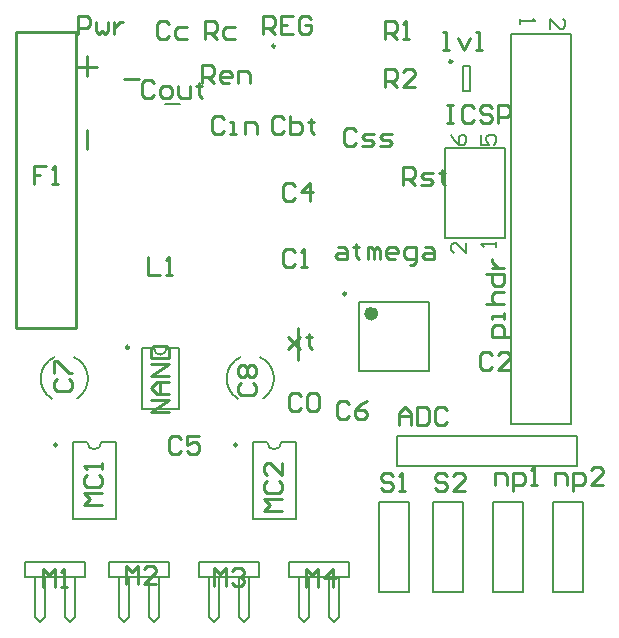
<source format=gto>
%FSLAX25Y25*%
%MOIN*%
G70*
G01*
G75*
G04 Layer_Color=65535*
%ADD10R,0.16535X0.16535*%
%ADD11O,0.07087X0.02362*%
%ADD12R,0.03937X0.04331*%
%ADD13R,0.05906X0.05118*%
%ADD14R,0.08465X0.01575*%
%ADD15R,0.08465X0.01575*%
%ADD16R,0.15748X0.39370*%
%ADD17R,0.04331X0.03937*%
%ADD18O,0.06496X0.02165*%
%ADD19O,0.02165X0.06496*%
%ADD20O,0.04921X0.01181*%
%ADD21R,0.06496X0.01181*%
%ADD22C,0.00787*%
%ADD23C,0.01890*%
%ADD24C,0.01575*%
%ADD25C,0.01969*%
%ADD26C,0.01181*%
%ADD27C,0.03937*%
%ADD28C,0.01260*%
%ADD29C,0.07874*%
%ADD30C,0.03150*%
%ADD31C,0.00630*%
%ADD32C,0.01000*%
%ADD33C,0.05315*%
%ADD34R,0.05315X0.05315*%
%ADD35R,0.05906X0.05906*%
%ADD36C,0.05906*%
%ADD37R,0.05906X0.05906*%
%ADD38C,0.15000*%
%ADD39C,0.05906*%
%ADD40C,0.03937*%
%ADD41C,0.05000*%
%ADD42C,0.00984*%
%ADD43C,0.02362*%
%ADD44C,0.00800*%
D22*
X278726Y383161D02*
G03*
X277768Y369360I3274J-7161D01*
G01*
X286232D02*
G03*
X285274Y383161I-4232J6640D01*
G01*
X216726D02*
G03*
X215768Y369360I3274J-7161D01*
G01*
X224232D02*
G03*
X223274Y383161I-4232J6640D01*
G01*
X287638Y354795D02*
G03*
X292362Y354795I2362J0D01*
G01*
X227638D02*
G03*
X232362Y354795I2362J0D01*
G01*
X249966Y386039D02*
G03*
X254034Y386039I2034J0D01*
G01*
X253441Y467480D02*
X258559D01*
X369000Y361000D02*
X389000D01*
X369000Y491000D02*
X389000D01*
Y361000D02*
Y491000D01*
X369000Y361000D02*
Y491000D01*
X282913Y354795D02*
X287638D01*
X292362D02*
X297087D01*
X282913Y329205D02*
X297087D01*
X282913D02*
Y354795D01*
X297087Y329205D02*
Y354795D01*
X311667Y296667D02*
Y310000D01*
X310000Y295000D02*
X311667Y296667D01*
X308333D02*
X310000Y295000D01*
X308333Y296667D02*
Y310000D01*
X301667Y296667D02*
Y310000D01*
X300000Y295000D02*
X301667Y296667D01*
X298333D02*
X300000Y295000D01*
X298333Y296667D02*
Y310000D01*
X295000Y315000D02*
X315000D01*
X295000Y310000D02*
Y315000D01*
X315000Y310000D02*
Y315000D01*
X295000Y310000D02*
X315000D01*
X281667Y296667D02*
Y310000D01*
X280000Y295000D02*
X281667Y296667D01*
X278333D02*
X280000Y295000D01*
X278333Y296667D02*
Y310000D01*
X271667Y296667D02*
Y310000D01*
X270000Y295000D02*
X271667Y296667D01*
X268333D02*
X270000Y295000D01*
X268333Y296667D02*
Y310000D01*
X265000Y315000D02*
X285000D01*
X265000Y310000D02*
Y315000D01*
X285000Y310000D02*
Y315000D01*
X265000Y310000D02*
X285000D01*
X222913Y354795D02*
X227638D01*
X232362D02*
X237087D01*
X222913Y329205D02*
X237087D01*
X222913D02*
Y354795D01*
X237087Y329205D02*
Y354795D01*
X223667Y296667D02*
Y310000D01*
X222000Y295000D02*
X223667Y296667D01*
X220333D02*
X222000Y295000D01*
X220333Y296667D02*
Y310000D01*
X213667Y296667D02*
Y310000D01*
X212000Y295000D02*
X213667Y296667D01*
X210333D02*
X212000Y295000D01*
X210333Y296667D02*
Y310000D01*
X207000Y315000D02*
X227000D01*
X207000Y310000D02*
Y315000D01*
X227000Y310000D02*
Y315000D01*
X207000Y310000D02*
X227000D01*
X251667Y296667D02*
Y310000D01*
X250000Y295000D02*
X251667Y296667D01*
X248333D02*
X250000Y295000D01*
X248333Y296667D02*
Y310000D01*
X241667Y296667D02*
Y310000D01*
X240000Y295000D02*
X241667Y296667D01*
X238333D02*
X240000Y295000D01*
X238333Y296667D02*
Y310000D01*
X235000Y315000D02*
X255000D01*
X235000Y310000D02*
Y315000D01*
X255000Y310000D02*
Y315000D01*
X235000Y310000D02*
X255000D01*
X347000Y453000D02*
X367000D01*
X347000Y423000D02*
X367000D01*
X347000D02*
Y453000D01*
X367000Y423000D02*
Y453000D01*
Y433833D02*
Y453000D01*
X318386Y378386D02*
Y401614D01*
X341614Y378386D02*
Y401614D01*
X318386D02*
X341614D01*
X318386Y378386D02*
X341614D01*
X352819Y471866D02*
X355181D01*
X352819Y480134D02*
X355181D01*
Y471866D02*
Y480134D01*
X352819Y471866D02*
Y480134D01*
X331000Y347000D02*
Y357000D01*
X391000Y347000D02*
Y357000D01*
X331000Y347000D02*
X391000D01*
X331000Y357000D02*
X391000D01*
X383000Y305000D02*
Y335000D01*
Y305000D02*
X393000D01*
Y335000D01*
X383000D02*
X393000D01*
X343000Y305000D02*
Y335000D01*
Y305000D02*
X353000D01*
Y335000D01*
X343000D02*
X353000D01*
X325000Y305000D02*
Y335000D01*
Y305000D02*
X335000D01*
Y335000D01*
X325000D02*
X335000D01*
X363000Y305000D02*
Y335000D01*
Y305000D02*
X373000D01*
Y335000D01*
X363000D02*
X373000D01*
X258102Y365961D02*
Y386039D01*
X245898Y365961D02*
Y386039D01*
Y365961D02*
X258102D01*
X254034Y386039D02*
X258102D01*
X245898D02*
X249966D01*
D32*
X224000Y393000D02*
Y491500D01*
X204000Y393000D02*
Y491500D01*
X224000D01*
X204000Y393000D02*
X224000D01*
Y480000D02*
X231000D01*
X240000Y476000D02*
X245000D01*
X227500Y477000D02*
Y483500D01*
Y452500D02*
Y459000D01*
X298000Y382200D02*
Y392200D01*
Y383000D02*
Y393000D01*
X286100Y490800D02*
Y496798D01*
X289099D01*
X290099Y495798D01*
Y493799D01*
X289099Y492799D01*
X286100D01*
X288099D02*
X290099Y490800D01*
X296097Y496798D02*
X292098D01*
Y490800D01*
X296097D01*
X292098Y493799D02*
X294097D01*
X302095Y495798D02*
X301095Y496798D01*
X299096D01*
X298096Y495798D01*
Y491800D01*
X299096Y490800D01*
X301095D01*
X302095Y491800D01*
Y493799D01*
X300096D01*
X294500Y389999D02*
X298499Y386000D01*
X296499Y387999D01*
X298499Y389999D01*
X294500Y386000D01*
X301498Y390998D02*
Y389999D01*
X300498D01*
X302497D01*
X301498D01*
Y387000D01*
X302497Y386000D01*
X347599Y343398D02*
X346599Y344398D01*
X344600D01*
X343600Y343398D01*
Y342399D01*
X344600Y341399D01*
X346599D01*
X347599Y340399D01*
Y339400D01*
X346599Y338400D01*
X344600D01*
X343600Y339400D01*
X353597Y338400D02*
X349598D01*
X353597Y342399D01*
Y343398D01*
X352597Y344398D01*
X350598D01*
X349598Y343398D01*
X329599D02*
X328599Y344398D01*
X326600D01*
X325600Y343398D01*
Y342399D01*
X326600Y341399D01*
X328599D01*
X329599Y340399D01*
Y339400D01*
X328599Y338400D01*
X326600D01*
X325600Y339400D01*
X331598Y338400D02*
X333597D01*
X332598D01*
Y344398D01*
X331598Y343398D01*
X333000Y440500D02*
Y446498D01*
X335999D01*
X336999Y445498D01*
Y443499D01*
X335999Y442499D01*
X333000D01*
X334999D02*
X336999Y440500D01*
X338998D02*
X341997D01*
X342997Y441500D01*
X341997Y442499D01*
X339998D01*
X338998Y443499D01*
X339998Y444499D01*
X342997D01*
X345996Y445498D02*
Y444499D01*
X344996D01*
X346995D01*
X345996D01*
Y441500D01*
X346995Y440500D01*
X266000Y474500D02*
Y480498D01*
X268999D01*
X269999Y479498D01*
Y477499D01*
X268999Y476499D01*
X266000D01*
X267999D02*
X269999Y474500D01*
X274997D02*
X272998D01*
X271998Y475500D01*
Y477499D01*
X272998Y478499D01*
X274997D01*
X275997Y477499D01*
Y476499D01*
X271998D01*
X277996Y474500D02*
Y478499D01*
X280995D01*
X281995Y477499D01*
Y474500D01*
X267050Y489350D02*
Y495348D01*
X270049D01*
X271049Y494348D01*
Y492349D01*
X270049Y491349D01*
X267050D01*
X269049D02*
X271049Y489350D01*
X277047Y493349D02*
X274048D01*
X273048Y492349D01*
Y490350D01*
X274048Y489350D01*
X277047D01*
X327050Y473350D02*
Y479348D01*
X330049D01*
X331049Y478348D01*
Y476349D01*
X330049Y475349D01*
X327050D01*
X329049D02*
X331049Y473350D01*
X337047D02*
X333048D01*
X337047Y477349D01*
Y478348D01*
X336047Y479348D01*
X334048D01*
X333048Y478348D01*
X327050Y489350D02*
Y495348D01*
X330049D01*
X331049Y494348D01*
Y492349D01*
X330049Y491349D01*
X327050D01*
X329049D02*
X331049Y489350D01*
X333048D02*
X335047D01*
X334048D01*
Y495348D01*
X333048Y494348D01*
X224450Y490850D02*
Y496848D01*
X227449D01*
X228449Y495848D01*
Y493849D01*
X227449Y492849D01*
X224450D01*
X230448Y494849D02*
Y491850D01*
X231448Y490850D01*
X232447Y491850D01*
X233447Y490850D01*
X234447Y491850D01*
Y494849D01*
X236446D02*
Y490850D01*
Y492849D01*
X237446Y493849D01*
X238445Y494849D01*
X239445D01*
X368499Y390000D02*
X362501D01*
Y392999D01*
X363501Y393999D01*
X365500D01*
X366500Y392999D01*
Y390000D01*
Y395998D02*
Y397997D01*
Y396998D01*
X362501D01*
Y395998D01*
X360502Y400996D02*
X366500D01*
X363501D01*
X362501Y401996D01*
Y403996D01*
X363501Y404995D01*
X366500D01*
X360502Y410993D02*
X366500D01*
Y407994D01*
X365500Y406994D01*
X363501D01*
X362501Y407994D01*
Y410993D01*
Y412993D02*
X366500D01*
X364501D01*
X363501Y413992D01*
X362501Y414992D01*
Y415992D01*
X383600Y340400D02*
Y344399D01*
X386599D01*
X387599Y343399D01*
Y340400D01*
X389598Y338401D02*
Y344399D01*
X392597D01*
X393597Y343399D01*
Y341400D01*
X392597Y340400D01*
X389598D01*
X399595D02*
X395596D01*
X399595Y344399D01*
Y345398D01*
X398595Y346398D01*
X396596D01*
X395596Y345398D01*
X363600Y340400D02*
Y344399D01*
X366599D01*
X367599Y343399D01*
Y340400D01*
X369598Y338401D02*
Y344399D01*
X372597D01*
X373597Y343399D01*
Y341400D01*
X372597Y340400D01*
X369598D01*
X375596D02*
X377595D01*
X376596D01*
Y346398D01*
X375596Y345398D01*
X255000Y365000D02*
X249002D01*
X255000Y368999D01*
X249002D01*
X255000Y370998D02*
X251001D01*
X249002Y372997D01*
X251001Y374997D01*
X255000D01*
X252001D01*
Y370998D01*
X255000Y376996D02*
X249002D01*
X255000Y380995D01*
X249002D01*
Y382994D02*
X255000D01*
Y385993D01*
X254000Y386993D01*
X250002D01*
X249002Y385993D01*
Y382994D01*
X292500Y332000D02*
X286502D01*
X288501Y333999D01*
X286502Y335999D01*
X292500D01*
X287502Y341997D02*
X286502Y340997D01*
Y338998D01*
X287502Y337998D01*
X291500D01*
X292500Y338998D01*
Y340997D01*
X291500Y341997D01*
X292500Y347995D02*
Y343996D01*
X288501Y347995D01*
X287502D01*
X286502Y346995D01*
Y344996D01*
X287502Y343996D01*
X232500Y334000D02*
X226502D01*
X228501Y335999D01*
X226502Y337999D01*
X232500D01*
X227502Y343997D02*
X226502Y342997D01*
Y340998D01*
X227502Y339998D01*
X231500D01*
X232500Y340998D01*
Y342997D01*
X231500Y343997D01*
X232500Y345996D02*
Y347995D01*
Y346996D01*
X226502D01*
X227502Y345996D01*
X300500Y306500D02*
Y312498D01*
X302499Y310499D01*
X304499Y312498D01*
Y306500D01*
X309497D02*
Y312498D01*
X306498Y309499D01*
X310497D01*
X270000Y307000D02*
Y312998D01*
X271999Y310999D01*
X273999Y312998D01*
Y307000D01*
X275998Y311998D02*
X276998Y312998D01*
X278997D01*
X279997Y311998D01*
Y310999D01*
X278997Y309999D01*
X277997D01*
X278997D01*
X279997Y308999D01*
Y308000D01*
X278997Y307000D01*
X276998D01*
X275998Y308000D01*
X240500Y307500D02*
Y313498D01*
X242499Y311499D01*
X244499Y313498D01*
Y307500D01*
X250497D02*
X246498D01*
X250497Y311499D01*
Y312498D01*
X249497Y313498D01*
X247498D01*
X246498Y312498D01*
X213000Y306500D02*
Y312498D01*
X214999Y310499D01*
X216999Y312498D01*
Y306500D01*
X218998D02*
X220997D01*
X219998D01*
Y312498D01*
X218998Y311498D01*
X346150Y485650D02*
X348149D01*
X347150D01*
Y491648D01*
X346150D01*
X351148Y489649D02*
X353148Y485650D01*
X355147Y489649D01*
X357146Y485650D02*
X359146D01*
X358146D01*
Y491648D01*
X357146D01*
X248000Y416498D02*
Y410500D01*
X251999D01*
X253998D02*
X255997D01*
X254998D01*
Y416498D01*
X253998Y415498D01*
X347650Y467148D02*
X349649D01*
X348650D01*
Y461150D01*
X347650D01*
X349649D01*
X356647Y466148D02*
X355647Y467148D01*
X353648D01*
X352648Y466148D01*
Y462150D01*
X353648Y461150D01*
X355647D01*
X356647Y462150D01*
X362645Y466148D02*
X361646Y467148D01*
X359646D01*
X358646Y466148D01*
Y465149D01*
X359646Y464149D01*
X361646D01*
X362645Y463149D01*
Y462150D01*
X361646Y461150D01*
X359646D01*
X358646Y462150D01*
X364645Y461150D02*
Y467148D01*
X367643D01*
X368643Y466148D01*
Y464149D01*
X367643Y463149D01*
X364645D01*
X213999Y446998D02*
X210000D01*
Y443999D01*
X211999D01*
X210000D01*
Y441000D01*
X215998D02*
X217997D01*
X216998D01*
Y446998D01*
X215998Y445998D01*
X317099Y458398D02*
X316099Y459398D01*
X314100D01*
X313100Y458398D01*
Y454400D01*
X314100Y453400D01*
X316099D01*
X317099Y454400D01*
X319098Y453400D02*
X322097D01*
X323097Y454400D01*
X322097Y455399D01*
X320098D01*
X319098Y456399D01*
X320098Y457399D01*
X323097D01*
X325096Y453400D02*
X328095D01*
X329095Y454400D01*
X328095Y455399D01*
X326096D01*
X325096Y456399D01*
X326096Y457399D01*
X329095D01*
X249999Y474498D02*
X248999Y475498D01*
X247000D01*
X246000Y474498D01*
Y470500D01*
X247000Y469500D01*
X248999D01*
X249999Y470500D01*
X252998Y469500D02*
X254997D01*
X255997Y470500D01*
Y472499D01*
X254997Y473499D01*
X252998D01*
X251998Y472499D01*
Y470500D01*
X252998Y469500D01*
X257996Y473499D02*
Y470500D01*
X258996Y469500D01*
X261995D01*
Y473499D01*
X264994Y474498D02*
Y473499D01*
X263994D01*
X265993D01*
X264994D01*
Y470500D01*
X265993Y469500D01*
X273099Y462398D02*
X272099Y463398D01*
X270100D01*
X269100Y462398D01*
Y458400D01*
X270100Y457400D01*
X272099D01*
X273099Y458400D01*
X275098Y457400D02*
X277097D01*
X276098D01*
Y461399D01*
X275098D01*
X280096Y457400D02*
Y461399D01*
X283096D01*
X284095Y460399D01*
Y457400D01*
X255049Y494348D02*
X254049Y495348D01*
X252050D01*
X251050Y494348D01*
Y490350D01*
X252050Y489350D01*
X254049D01*
X255049Y490350D01*
X261047Y493349D02*
X258048D01*
X257048Y492349D01*
Y490350D01*
X258048Y489350D01*
X261047D01*
X293099Y462398D02*
X292099Y463398D01*
X290100D01*
X289100Y462398D01*
Y458400D01*
X290100Y457400D01*
X292099D01*
X293099Y458400D01*
X295098Y463398D02*
Y457400D01*
X298097D01*
X299097Y458400D01*
Y459399D01*
Y460399D01*
X298097Y461399D01*
X295098D01*
X302096Y462398D02*
Y461399D01*
X301096D01*
X303096D01*
X302096D01*
Y458400D01*
X303096Y457400D01*
X279002Y374499D02*
X278002Y373499D01*
Y371500D01*
X279002Y370500D01*
X283000D01*
X284000Y371500D01*
Y373499D01*
X283000Y374499D01*
X279002Y376498D02*
X278002Y377498D01*
Y379497D01*
X279002Y380497D01*
X280001D01*
X281001Y379497D01*
X282001Y380497D01*
X283000D01*
X284000Y379497D01*
Y377498D01*
X283000Y376498D01*
X282001D01*
X281001Y377498D01*
X280001Y376498D01*
X279002D01*
X281001Y377498D02*
Y379497D01*
X217502Y375999D02*
X216502Y374999D01*
Y373000D01*
X217502Y372000D01*
X221500D01*
X222500Y373000D01*
Y374999D01*
X221500Y375999D01*
X216502Y377998D02*
Y381997D01*
X217502D01*
X221500Y377998D01*
X222500D01*
X314999Y367498D02*
X313999Y368498D01*
X312000D01*
X311000Y367498D01*
Y363500D01*
X312000Y362500D01*
X313999D01*
X314999Y363500D01*
X320997Y368498D02*
X318997Y367498D01*
X316998Y365499D01*
Y363500D01*
X317998Y362500D01*
X319997D01*
X320997Y363500D01*
Y364499D01*
X319997Y365499D01*
X316998D01*
X258999Y355998D02*
X257999Y356998D01*
X256000D01*
X255000Y355998D01*
Y352000D01*
X256000Y351000D01*
X257999D01*
X258999Y352000D01*
X264997Y356998D02*
X260998D01*
Y353999D01*
X262997Y354999D01*
X263997D01*
X264997Y353999D01*
Y352000D01*
X263997Y351000D01*
X261998D01*
X260998Y352000D01*
X297049Y440348D02*
X296049Y441348D01*
X294050D01*
X293050Y440348D01*
Y436350D01*
X294050Y435350D01*
X296049D01*
X297049Y436350D01*
X302047Y435350D02*
Y441348D01*
X299048Y438349D01*
X303047D01*
X362599Y383898D02*
X361599Y384898D01*
X359600D01*
X358600Y383898D01*
Y379900D01*
X359600Y378900D01*
X361599D01*
X362599Y379900D01*
X368597Y378900D02*
X364598D01*
X368597Y382899D01*
Y383898D01*
X367597Y384898D01*
X365598D01*
X364598Y383898D01*
X297049Y418348D02*
X296049Y419348D01*
X294050D01*
X293050Y418348D01*
Y414350D01*
X294050Y413350D01*
X296049D01*
X297049Y414350D01*
X299048Y413350D02*
X301047D01*
X300048D01*
Y419348D01*
X299048Y418348D01*
X299049Y370348D02*
X298049Y371348D01*
X296050D01*
X295050Y370348D01*
Y366350D01*
X296050Y365350D01*
X298049D01*
X299049Y366350D01*
X301048Y370348D02*
X302048Y371348D01*
X304047D01*
X305047Y370348D01*
Y366350D01*
X304047Y365350D01*
X302048D01*
X301048Y366350D01*
Y370348D01*
X311150Y419849D02*
X313149D01*
X314149Y418849D01*
Y415850D01*
X311150D01*
X310150Y416850D01*
X311150Y417849D01*
X314149D01*
X317148Y420848D02*
Y419849D01*
X316148D01*
X318147D01*
X317148D01*
Y416850D01*
X318147Y415850D01*
X321146D02*
Y419849D01*
X322146D01*
X323146Y418849D01*
Y415850D01*
Y418849D01*
X324146Y419849D01*
X325145Y418849D01*
Y415850D01*
X330143D02*
X328144D01*
X327145Y416850D01*
Y418849D01*
X328144Y419849D01*
X330143D01*
X331143Y418849D01*
Y417849D01*
X327145D01*
X335142Y413851D02*
X336142D01*
X337141Y414850D01*
Y419849D01*
X334142D01*
X333143Y418849D01*
Y416850D01*
X334142Y415850D01*
X337141D01*
X340140Y419849D02*
X342140D01*
X343139Y418849D01*
Y415850D01*
X340140D01*
X339141Y416850D01*
X340140Y417849D01*
X343139D01*
X331600Y360400D02*
Y364399D01*
X333599Y366398D01*
X335599Y364399D01*
Y360400D01*
Y363399D01*
X331600D01*
X337598Y366398D02*
Y360400D01*
X340597D01*
X341597Y361400D01*
Y365398D01*
X340597Y366398D01*
X337598D01*
X347595Y365398D02*
X346595Y366398D01*
X344596D01*
X343596Y365398D01*
Y361400D01*
X344596Y360400D01*
X346595D01*
X347595Y361400D01*
D42*
X290319Y486846D02*
G03*
X290319Y486846I-492J0D01*
G01*
X277598Y353909D02*
G03*
X277598Y353909I-492J0D01*
G01*
X217598D02*
G03*
X217598Y353909I-492J0D01*
G01*
X313957Y404272D02*
G03*
X313957Y404272I-492J0D01*
G01*
X349276Y481709D02*
G03*
X349276Y481709I-492J0D01*
G01*
X241567Y386433D02*
G03*
X241567Y386433I-492J0D01*
G01*
D43*
X323504Y397677D02*
G03*
X323504Y397677I-1181J0D01*
G01*
D44*
X382000Y492668D02*
Y496000D01*
X385332Y492668D01*
X386165D01*
X386998Y493501D01*
Y495167D01*
X386165Y496000D01*
X372000D02*
Y494334D01*
Y495167D01*
X376998D01*
X376165Y496000D01*
X349002Y457332D02*
X349835Y455666D01*
X351501Y454000D01*
X353167D01*
X354000Y454833D01*
Y456499D01*
X353167Y457332D01*
X352334D01*
X351501Y456499D01*
Y454000D01*
X359002Y457332D02*
Y454000D01*
X361501D01*
X360668Y455666D01*
Y456499D01*
X361501Y457332D01*
X363167D01*
X364000Y456499D01*
Y454833D01*
X363167Y454000D01*
X354000Y421332D02*
Y418000D01*
X350668Y421332D01*
X349835D01*
X349002Y420499D01*
Y418833D01*
X349835Y418000D01*
X364000Y420000D02*
Y421666D01*
Y420833D01*
X359002D01*
X359835Y420000D01*
M02*

</source>
